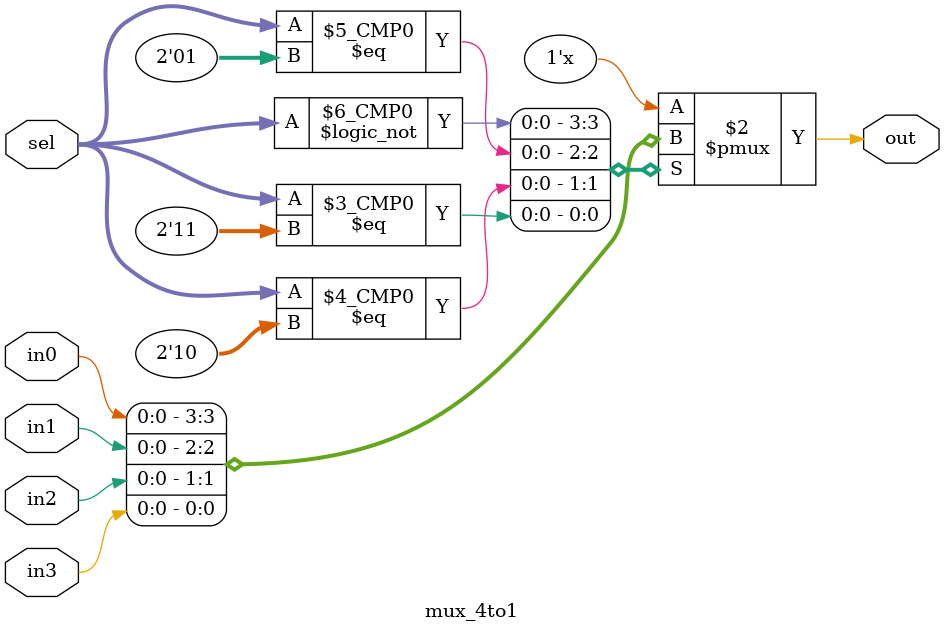
<source format=v>
`timescale 1ns / 1ps

/***********************
*
* Module: mux_4to1.v
* Project: RISCV_CPU
* Author: Mohamed Abdelfatah Khaled, mohamedabdelfatah572@aucegypt.edu
* Description: This module is the mux_4to1, which is responsible for  
* select between 4 inputs and select based on the sel signal.
* Change history: 15/05/24:  Created the mux_4to1 module  
* 		  
************************/

// we will need to modify it based on the input and output needed


module mux_4to1 (
    input wire in0, in1, in2, in3,
    input wire [1:0] sel,
    output reg out
);

    always @(sel) begin
        case (sel)
            2'b00: out = in0;
            2'b01: out = in1;
            2'b10: out = in2;
            2'b11: out = in3;
            default: out = 1'b0; 
        endcase
    end
endmodule

</source>
